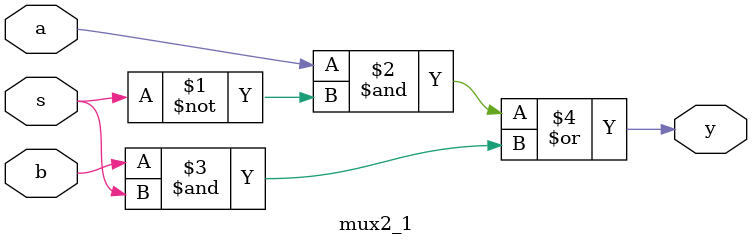
<source format=sv>
module mux2_1 (
	input logic a,
	input logic b,
	input logic s,
	output logic y
	);

	assign y = a&~s | b&s;
	
endmodule
</source>
